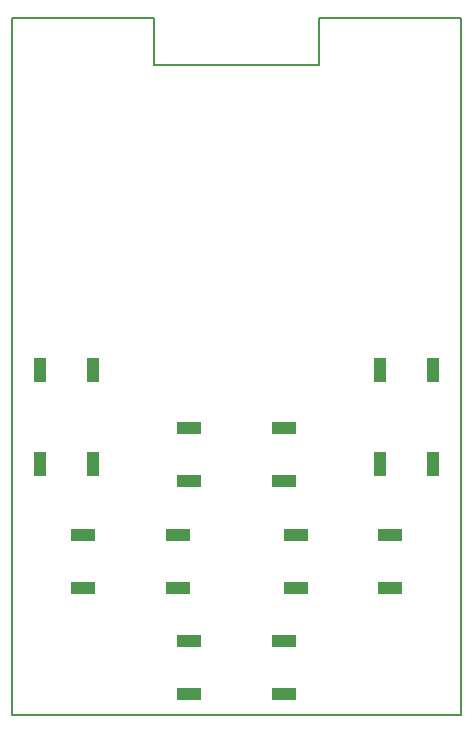
<source format=gbr>
G04 #@! TF.GenerationSoftware,KiCad,Pcbnew,(5.0.2)-1*
G04 #@! TF.CreationDate,2019-04-29T20:54:11+02:00*
G04 #@! TF.ProjectId,TaggerKeypadDisplay,54616767-6572-44b6-9579-706164446973,rev?*
G04 #@! TF.SameCoordinates,Original*
G04 #@! TF.FileFunction,Paste,Bot*
G04 #@! TF.FilePolarity,Positive*
%FSLAX46Y46*%
G04 Gerber Fmt 4.6, Leading zero omitted, Abs format (unit mm)*
G04 Created by KiCad (PCBNEW (5.0.2)-1) date 29.04.2019 20:54:11*
%MOMM*%
%LPD*%
G01*
G04 APERTURE LIST*
%ADD10C,0.150000*%
%ADD11R,2.000000X1.000000*%
%ADD12R,1.000000X2.000000*%
G04 APERTURE END LIST*
D10*
X68000000Y-30000000D02*
X56000000Y-30000000D01*
X68000000Y-89000000D02*
X68000000Y-30000000D01*
X30000000Y-89000000D02*
X68000000Y-89000000D01*
X30000000Y-30000000D02*
X30000000Y-89000000D01*
X42000000Y-30000000D02*
X30000000Y-30000000D01*
X42000000Y-34000000D02*
X42000000Y-30000000D01*
X56000000Y-34000000D02*
X42000000Y-34000000D01*
X56000000Y-30000000D02*
X56000000Y-34000000D01*
D11*
G04 #@! TO.C,SW1*
X53000000Y-64750000D03*
X53000000Y-69250000D03*
X45000000Y-64750000D03*
X45000000Y-69250000D03*
G04 #@! TD*
G04 #@! TO.C,SW2*
X45000000Y-87250000D03*
X45000000Y-82750000D03*
X53000000Y-87250000D03*
X53000000Y-82750000D03*
G04 #@! TD*
G04 #@! TO.C,SW3*
X62000000Y-73750000D03*
X62000000Y-78250000D03*
X54000000Y-73750000D03*
X54000000Y-78250000D03*
G04 #@! TD*
G04 #@! TO.C,SW4*
X36000000Y-78250000D03*
X36000000Y-73750000D03*
X44000000Y-78250000D03*
X44000000Y-73750000D03*
G04 #@! TD*
D12*
G04 #@! TO.C,SW5*
X61150000Y-59800000D03*
X65650000Y-59800000D03*
X61150000Y-67800000D03*
X65650000Y-67800000D03*
G04 #@! TD*
G04 #@! TO.C,SW6*
X36850000Y-67800000D03*
X32350000Y-67800000D03*
X36850000Y-59800000D03*
X32350000Y-59800000D03*
G04 #@! TD*
M02*

</source>
